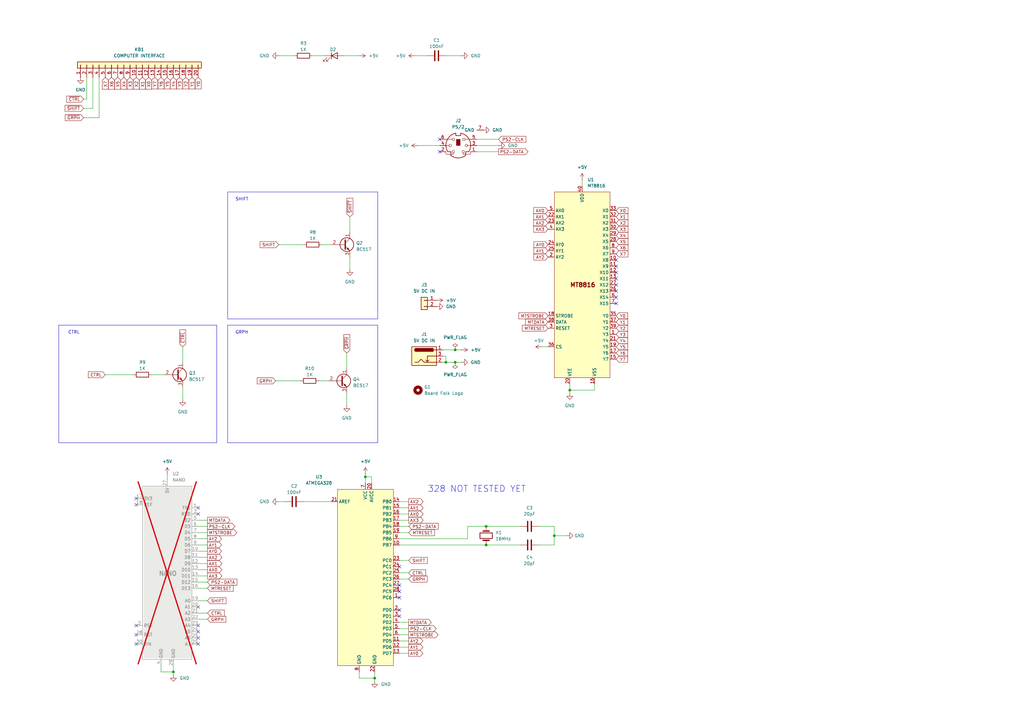
<source format=kicad_sch>
(kicad_sch (version 20250114) (generator "eeschema") (generator_version "9.0")
  (paper "A3")
  (lib_symbols
    (symbol "Connector:Barrel_Jack_Switch" (pin_names (hide yes))
      (property "Reference" "J" (at 0 5.334 0))
      (property "Value" "Barrel_Jack_Switch" (at 0 -5.08 0))
      (symbol "Barrel_Jack_Switch_0_1"
        (rectangle (start -5.08 3.81) (end 5.08 -3.81) (stroke (width 0.254)) (fill (type background)))
        (polyline (pts (xy -3.81 -2.54) (xy -2.54 -2.54) (xy -1.27 -1.27) (xy 0 -2.54) (xy 2.54 -2.54) (xy 5.08 -2.54)) (stroke (width 0.254)))
        (arc (start -3.302 1.905) (mid -3.9343 2.54) (end -3.302 3.175) (stroke (width 0.254)))
        (arc (start -3.302 1.905) (mid -3.9343 2.54) (end -3.302 3.175) (stroke (width 0.254)) (fill (type outline)))
        (polyline (pts (xy 1.27 -2.286) (xy 1.905 -1.651)) (stroke (width 0.254)))
        (rectangle (start 3.683 3.175) (end -3.302 1.905) (stroke (width 0.254)) (fill (type outline)))
        (polyline (pts (xy 5.08 2.54) (xy 3.81 2.54)) (stroke (width 0.254)))
        (polyline (pts (xy 5.08 0) (xy 1.27 0) (xy 1.27 -2.286) (xy 0.635 -1.651)) (stroke (width 0.254)))
      )
      (symbol "Barrel_Jack_Switch_1_1"
        (pin passive line (at 7.62 2.54 180) (length 2.54) (name "~") (number "1"))
        (pin passive line (at 7.62 0 180) (length 2.54) (name "~") (number "3"))
        (pin passive line (at 7.62 -2.54 180) (length 2.54) (name "~") (number "2"))
      )
    )
    (symbol "Connector_Generic:Conn_01x02" (pin_names (offset 1.016) (hide yes))
      (property "Reference" "J" (at 0 2.54 0))
      (property "Value" "Conn_01x02" (at 0 -5.08 0))
      (symbol "Conn_01x02_1_1"
        (rectangle (start -1.27 1.27) (end 1.27 -3.81) (stroke (width 0.254)) (fill (type background)))
        (rectangle (start -1.27 0.127) (end 0 -0.127) (stroke (width 0.1524)))
        (rectangle (start -1.27 -2.413) (end 0 -2.667) (stroke (width 0.1524)))
        (pin passive line (at -5.08 0 0) (length 3.81) (name "Pin_1") (number "1"))
        (pin passive line (at -5.08 -2.54 0) (length 3.81) (name "Pin_2") (number "2"))
      )
    )
    (symbol "Connector_Generic:Conn_01x20" (pin_names (offset 1.016) (hide yes))
      (property "Reference" "J" (at 0 25.4 0))
      (property "Value" "Conn_01x20" (at 0 -27.94 0))
      (symbol "Conn_01x20_1_1"
        (rectangle (start -1.27 24.13) (end 1.27 -26.67) (stroke (width 0.254)) (fill (type background)))
        (rectangle (start -1.27 22.987) (end 0 22.733) (stroke (width 0.1524)))
        (rectangle (start -1.27 20.447) (end 0 20.193) (stroke (width 0.1524)))
        (rectangle (start -1.27 17.907) (end 0 17.653) (stroke (width 0.1524)))
        (rectangle (start -1.27 15.367) (end 0 15.113) (stroke (width 0.1524)))
        (rectangle (start -1.27 12.827) (end 0 12.573) (stroke (width 0.1524)))
        (rectangle (start -1.27 10.287) (end 0 10.033) (stroke (width 0.1524)))
        (rectangle (start -1.27 7.747) (end 0 7.493) (stroke (width 0.1524)))
        (rectangle (start -1.27 5.207) (end 0 4.953) (stroke (width 0.1524)))
        (rectangle (start -1.27 2.667) (end 0 2.413) (stroke (width 0.1524)))
        (rectangle (start -1.27 0.127) (end 0 -0.127) (stroke (width 0.1524)))
        (rectangle (start -1.27 -2.413) (end 0 -2.667) (stroke (width 0.1524)))
        (rectangle (start -1.27 -4.953) (end 0 -5.207) (stroke (width 0.1524)))
        (rectangle (start -1.27 -7.493) (end 0 -7.747) (stroke (width 0.1524)))
        (rectangle (start -1.27 -10.033) (end 0 -10.287) (stroke (width 0.1524)))
        (rectangle (start -1.27 -12.573) (end 0 -12.827) (stroke (width 0.1524)))
        (rectangle (start -1.27 -15.113) (end 0 -15.367) (stroke (width 0.1524)))
        (rectangle (start -1.27 -17.653) (end 0 -17.907) (stroke (width 0.1524)))
        (rectangle (start -1.27 -20.193) (end 0 -20.447) (stroke (width 0.1524)))
        (rectangle (start -1.27 -22.733) (end 0 -22.987) (stroke (width 0.1524)))
        (rectangle (start -1.27 -25.273) (end 0 -25.527) (stroke (width 0.1524)))
        (pin passive line (at -5.08 22.86 0) (length 3.81) (name "Pin_1") (number "1"))
        (pin passive line (at -5.08 20.32 0) (length 3.81) (name "Pin_2") (number "2"))
        (pin passive line (at -5.08 17.78 0) (length 3.81) (name "Pin_3") (number "3"))
        (pin passive line (at -5.08 15.24 0) (length 3.81) (name "Pin_4") (number "4"))
        (pin passive line (at -5.08 12.7 0) (length 3.81) (name "Pin_5") (number "5"))
        (pin passive line (at -5.08 10.16 0) (length 3.81) (name "Pin_6") (number "6"))
        (pin passive line (at -5.08 7.62 0) (length 3.81) (name "Pin_7") (number "7"))
        (pin passive line (at -5.08 5.08 0) (length 3.81) (name "Pin_8") (number "8"))
        (pin passive line (at -5.08 2.54 0) (length 3.81) (name "Pin_9") (number "9"))
        (pin passive line (at -5.08 0 0) (length 3.81) (name "Pin_10") (number "10"))
        (pin passive line (at -5.08 -2.54 0) (length 3.81) (name "Pin_11") (number "11"))
        (pin passive line (at -5.08 -5.08 0) (length 3.81) (name "Pin_12") (number "12"))
        (pin passive line (at -5.08 -7.62 0) (length 3.81) (name "Pin_13") (number "13"))
        (pin passive line (at -5.08 -10.16 0) (length 3.81) (name "Pin_14") (number "14"))
        (pin passive line (at -5.08 -12.7 0) (length 3.81) (name "Pin_15") (number "15"))
        (pin passive line (at -5.08 -15.24 0) (length 3.81) (name "Pin_16") (number "16"))
        (pin passive line (at -5.08 -17.78 0) (length 3.81) (name "Pin_17") (number "17"))
        (pin passive line (at -5.08 -20.32 0) (length 3.81) (name "Pin_18") (number "18"))
        (pin passive line (at -5.08 -22.86 0) (length 3.81) (name "Pin_19") (number "19"))
        (pin passive line (at -5.08 -25.4 0) (length 3.81) (name "Pin_20") (number "20"))
      )
    )
    (symbol "Device:C" (pin_numbers (hide yes)) (pin_names (offset 0.254))
      (property "Reference" "C" (at 0.635 2.54 0))
      (property "Value" "C" (at 0.635 -2.54 0))
      (symbol "C_0_1"
        (polyline (pts (xy -2.032 0.762) (xy 2.032 0.762)) (stroke (width 0.508)))
        (polyline (pts (xy -2.032 -0.762) (xy 2.032 -0.762)) (stroke (width 0.508)))
      )
      (symbol "C_1_1"
        (pin passive line (at 0 3.81 270) (length 2.794) (name "~") (number "1"))
        (pin passive line (at 0 -3.81 90) (length 2.794) (name "~") (number "2"))
      )
    )
    (symbol "Device:Crystal" (pin_numbers (hide yes)) (pin_names (offset 1.016) (hide yes))
      (property "Reference" "Y" (at 0 3.81 0))
      (property "Value" "Crystal" (at 0 -3.81 0))
      (symbol "Crystal_0_1"
        (polyline (pts (xy -2.54 0) (xy -1.905 0)))
        (polyline (pts (xy -1.905 -1.27) (xy -1.905 1.27)) (stroke (width 0.508)))
        (rectangle (start -1.143 2.54) (end 1.143 -2.54) (stroke (width 0.3048)))
        (polyline (pts (xy 1.905 -1.27) (xy 1.905 1.27)) (stroke (width 0.508)))
        (polyline (pts (xy 2.54 0) (xy 1.905 0)))
      )
      (symbol "Crystal_1_1"
        (pin passive line (at -3.81 0 0) (length 1.27) (name "1") (number "1"))
        (pin passive line (at 3.81 0 180) (length 1.27) (name "2") (number "2"))
      )
    )
    (symbol "Device:LED" (pin_numbers (hide yes)) (pin_names (offset 1.016) (hide yes))
      (property "Reference" "D" (at 0 2.54 0))
      (property "Value" "LED" (at 0 -2.54 0))
      (symbol "LED_0_1"
        (polyline (pts (xy -3.048 -0.762) (xy -4.572 -2.286) (xy -3.81 -2.286) (xy -4.572 -2.286) (xy -4.572 -1.524)))
        (polyline (pts (xy -1.778 -0.762) (xy -3.302 -2.286) (xy -2.54 -2.286) (xy -3.302 -2.286) (xy -3.302 -1.524)))
        (polyline (pts (xy -1.27 0) (xy 1.27 0)))
        (polyline (pts (xy -1.27 -1.27) (xy -1.27 1.27)) (stroke (width 0.254)))
        (polyline (pts (xy 1.27 -1.27) (xy 1.27 1.27) (xy -1.27 0) (xy 1.27 -1.27)) (stroke (width 0.254)))
      )
      (symbol "LED_1_1"
        (pin passive line (at -3.81 0 0) (length 2.54) (name "K") (number "1"))
        (pin passive line (at 3.81 0 180) (length 2.54) (name "A") (number "2"))
      )
    )
    (symbol "Device:R" (pin_numbers (hide yes)) (pin_names (offset 0))
      (property "Reference" "R" (at 2.032 0 90))
      (property "Value" "R" (at 0 0 90))
      (symbol "R_0_1"
        (rectangle (start -1.016 -2.54) (end 1.016 2.54) (stroke (width 0.254)))
      )
      (symbol "R_1_1"
        (pin passive line (at 0 3.81 270) (length 1.27) (name "~") (number "1"))
        (pin passive line (at 0 -3.81 90) (length 1.27) (name "~") (number "2"))
      )
    )
    (symbol "Einstein:ATMEGA328"
      (property "Reference" "IC" (at 6.35 -38.1 0))
      (property "Value" "ATMEGA328" (at 6.35 -40.64 0))
      (symbol "ATMEGA328_0_0"
        (pin passive line (at -13.97 31.75 0) (length 2.54) (name "AREF") (number "21"))
        (pin power_in line (at -2.54 -38.1 90) (length 2.54) (name "GND") (number "8"))
        (pin power_in line (at 0 39.37 270) (length 2.54) (name "VCC") (number "7"))
        (pin power_in line (at 2.54 39.37 270) (length 2.54) (name "AVCC") (number "20"))
        (pin power_in line (at 3.81 -38.1 90) (length 2.54) (name "GND") (number "22"))
        (pin bidirectional line (at 13.97 31.75 180) (length 2.54) (name "PB0") (number "14"))
        (pin bidirectional line (at 13.97 29.21 180) (length 2.54) (name "PB1") (number "15"))
        (pin bidirectional line (at 13.97 26.67 180) (length 2.54) (name "PB2") (number "16"))
        (pin bidirectional line (at 13.97 24.13 180) (length 2.54) (name "PB3") (number "17"))
        (pin bidirectional line (at 13.97 21.59 180) (length 2.54) (name "PB4") (number "18"))
        (pin bidirectional line (at 13.97 19.05 180) (length 2.54) (name "PB5") (number "19"))
        (pin bidirectional line (at 13.97 16.51 180) (length 2.54) (name "PB6") (number "9"))
        (pin bidirectional line (at 13.97 13.97 180) (length 2.54) (name "PB7") (number "10"))
        (pin bidirectional line (at 13.97 7.62 180) (length 2.54) (name "PC0") (number "23"))
        (pin bidirectional line (at 13.97 5.08 180) (length 2.54) (name "PC1") (number "24"))
        (pin bidirectional line (at 13.97 2.54 180) (length 2.54) (name "PC2") (number "25"))
        (pin bidirectional line (at 13.97 0 180) (length 2.54) (name "PC3") (number "26"))
        (pin bidirectional line (at 13.97 -2.54 180) (length 2.54) (name "PC4") (number "27"))
        (pin bidirectional line (at 13.97 -5.08 180) (length 2.54) (name "PC5") (number "28"))
        (pin bidirectional line (at 13.97 -7.62 180) (length 2.54) (name "PC6") (number "1"))
        (pin bidirectional line (at 13.97 -12.7 180) (length 2.54) (name "PD0") (number "2"))
        (pin bidirectional line (at 13.97 -15.24 180) (length 2.54) (name "PD1") (number "3"))
        (pin bidirectional line (at 13.97 -17.78 180) (length 2.54) (name "PD2") (number "4"))
        (pin bidirectional line (at 13.97 -20.32 180) (length 2.54) (name "PD3") (number "5"))
        (pin bidirectional line (at 13.97 -22.86 180) (length 2.54) (name "PD4") (number "6"))
        (pin bidirectional line (at 13.97 -25.4 180) (length 2.54) (name "PD5") (number "11"))
        (pin bidirectional line (at 13.97 -27.94 180) (length 2.54) (name "PD6") (number "12"))
        (pin bidirectional line (at 13.97 -30.48 180) (length 2.54) (name "PD7") (number "13"))
      )
      (symbol "ATMEGA328_1_1"
        (rectangle (start -11.43 36.83) (end 11.43 -35.56) (fill (type background)))
      )
    )
    (symbol "Einstein:MT8816"
      (property "Reference" "I" (at 5.842 45.212 0))
      (property "Value" "MT8816" (at 9.144 42.672 0))
      (symbol "MT8816_0_0"
        (pin input line (at -13.97 30.48 0) (length 2.54) (name "AX0") (number "5"))
        (pin input line (at -13.97 27.94 0) (length 2.54) (name "AX1") (number "22"))
        (pin input line (at -13.97 25.4 0) (length 2.54) (name "AX2") (number "23"))
        (pin input line (at -13.97 22.86 0) (length 2.54) (name "AX3") (number "4"))
        (pin input line (at -13.97 16.51 0) (length 2.54) (name "AY0") (number "24"))
        (pin input line (at -13.97 13.97 0) (length 2.54) (name "AY1") (number "25"))
        (pin input line (at -13.97 11.43 0) (length 2.54) (name "AY2") (number "2"))
        (pin input line (at -13.97 -12.7 0) (length 2.54) (name "STROBE") (number "18"))
        (pin input line (at -13.97 -15.24 0) (length 2.54) (name "DATA") (number "38"))
        (pin input line (at -13.97 -17.78 0) (length 2.54) (name "RESET") (number "3"))
        (pin input line (at -13.97 -25.4 0) (length 2.54) (name "CS") (number "36"))
        (pin power_in line (at -5.08 -40.64 90) (length 2.54) (name "VEE") (number "20"))
        (pin power_in line (at 0 40.64 270) (length 2.54) (name "VDD") (number "40"))
        (pin power_in line (at 5.08 -40.64 90) (length 2.54) (name "VSS") (number "16"))
        (pin bidirectional line (at 13.97 30.48 180) (length 2.54) (name "X0") (number "33"))
        (pin bidirectional line (at 13.97 27.94 180) (length 2.54) (name "X1") (number "32"))
        (pin bidirectional line (at 13.97 25.4 180) (length 2.54) (name "X2") (number "31"))
        (pin bidirectional line (at 13.97 22.86 180) (length 2.54) (name "X3") (number "30"))
        (pin bidirectional line (at 13.97 20.32 180) (length 2.54) (name "X4") (number "29"))
        (pin bidirectional line (at 13.97 17.78 180) (length 2.54) (name "X5") (number "28"))
        (pin bidirectional line (at 13.97 15.24 180) (length 2.54) (name "X6") (number "8"))
        (pin bidirectional line (at 13.97 12.7 180) (length 2.54) (name "X7") (number "9"))
        (pin bidirectional line (at 13.97 10.16 180) (length 2.54) (name "X8") (number "10"))
        (pin bidirectional line (at 13.97 7.62 180) (length 2.54) (name "X9") (number "11"))
        (pin bidirectional line (at 13.97 5.08 180) (length 2.54) (name "X10") (number "12"))
        (pin bidirectional line (at 13.97 2.54 180) (length 2.54) (name "X11") (number "13"))
        (pin bidirectional line (at 13.97 0 180) (length 2.54) (name "X12") (number "27"))
        (pin bidirectional line (at 13.97 -2.54 180) (length 2.54) (name "X13") (number "26"))
        (pin bidirectional line (at 13.97 -5.08 180) (length 2.54) (name "X14") (number "6"))
        (pin bidirectional line (at 13.97 -7.62 180) (length 2.54) (name "X15") (number "7"))
        (pin bidirectional line (at 13.97 -12.7 180) (length 2.54) (name "Y0") (number "35"))
        (pin bidirectional line (at 13.97 -15.24 180) (length 2.54) (name "Y1") (number "37"))
        (pin bidirectional line (at 13.97 -17.78 180) (length 2.54) (name "Y2") (number "39"))
        (pin bidirectional line (at 13.97 -20.32 180) (length 2.54) (name "Y3") (number "1"))
        (pin bidirectional line (at 13.97 -22.86 180) (length 2.54) (name "Y4") (number "21"))
        (pin bidirectional line (at 13.97 -25.4 180) (length 2.54) (name "Y5") (number "19"))
        (pin bidirectional line (at 13.97 -27.94 180) (length 2.54) (name "Y6") (number "17"))
        (pin bidirectional line (at 13.97 -30.48 180) (length 2.54) (name "Y7") (number "15"))
      )
      (symbol "MT8816_1_0"
        (pin no_connect line (at -13.97 0 0) (length 2.54) (hide yes) (name "N/C") (number "34"))
        (pin no_connect line (at -13.97 -2.54 0) (length 2.54) (hide yes) (name "N/C") (number "14"))
      )
      (symbol "MT8816_1_1"
        (rectangle (start -11.43 38.1) (end 11.43 -38.1) (fill (type background)))
        (text "MT8816" (at 0.254 0 0) (effects (font (size 1.778 1.778) (thickness 0.3556) (bold yes))))
      )
    )
    (symbol "Einstein:Nano"
      (property "Reference" "U" (at 5.08 41.148 0))
      (property "Value" "NANO" (at 6.858 38.608 0))
      (symbol "Nano_0_0"
        (pin power_out line (at -12.7 30.48 0) (length 2.54) (name "3V3") (number "17"))
        (pin passive line (at -12.7 27.94 0) (length 2.54) (name "REF") (number "18"))
        (pin input line (at -12.7 -21.59 0) (length 2.54) (name "RST") (number "3"))
        (pin passive line (at -12.7 -25.4 0) (length 2.54) (name "RST") (number "28"))
        (pin passive line (at -12.7 -29.21 0) (length 2.54) (name "VIN") (number "30"))
        (pin power_in line (at -2.54 -38.1 90) (length 2.54) (name "GND") (number "4"))
        (pin power_in line (at 0 38.1 270) (length 2.54) (name "5V") (number "27"))
        (pin power_in line (at 2.54 -38.1 90) (length 2.54) (name "GND") (number "29"))
        (pin output line (at 12.7 26.67 180) (length 2.54) (name "TX1") (number "1"))
        (pin input line (at 12.7 24.13 180) (length 2.54) (name "RXD") (number "2"))
        (pin bidirectional line (at 12.7 21.59 180) (length 2.54) (name "D2") (number "5"))
        (pin bidirectional line (at 12.7 19.05 180) (length 2.54) (name "D3") (number "6"))
        (pin bidirectional line (at 12.7 16.51 180) (length 2.54) (name "D4") (number "7"))
        (pin bidirectional line (at 12.7 13.97 180) (length 2.54) (name "D5") (number "8"))
        (pin bidirectional line (at 12.7 11.43 180) (length 2.54) (name "D6") (number "9"))
        (pin bidirectional line (at 12.7 8.89 180) (length 2.54) (name "D7") (number "10"))
        (pin bidirectional line (at 12.7 6.35 180) (length 2.54) (name "D8") (number "11"))
        (pin bidirectional line (at 12.7 3.81 180) (length 2.54) (name "D9") (number "12"))
        (pin bidirectional line (at 12.7 1.27 180) (length 2.54) (name "D10") (number "13"))
        (pin bidirectional line (at 12.7 -1.27 180) (length 2.54) (name "D11") (number "14"))
        (pin bidirectional line (at 12.7 -3.81 180) (length 2.54) (name "D12") (number "15"))
        (pin bidirectional line (at 12.7 -6.35 180) (length 2.54) (name "D13") (number "16"))
        (pin bidirectional line (at 12.7 -11.43 180) (length 2.54) (name "A0") (number "19"))
        (pin bidirectional line (at 12.7 -13.97 180) (length 2.54) (name "A1") (number "20"))
        (pin bidirectional line (at 12.7 -16.51 180) (length 2.54) (name "A2") (number "21"))
        (pin bidirectional line (at 12.7 -19.05 180) (length 2.54) (name "A3") (number "22"))
        (pin bidirectional line (at 12.7 -21.59 180) (length 2.54) (name "A4") (number "23"))
        (pin bidirectional line (at 12.7 -24.13 180) (length 2.54) (name "A5") (number "24"))
        (pin bidirectional line (at 12.7 -26.67 180) (length 2.54) (name "A6") (number "25"))
        (pin bidirectional line (at 12.7 -29.21 180) (length 2.54) (name "A7") (number "26"))
      )
      (symbol "Nano_1_1"
        (rectangle (start -10.16 35.56) (end 10.16 -35.56) (fill (type background)))
        (text "NANO" (at 0.254 -0.254 0) (effects (font (size 1.778 1.778) (thickness 0.3556) (bold yes))))
      )
    )
    (symbol "Keyboard:Mini-DIN-6_GND" (pin_names (offset 1.016))
      (property "Reference" "J" (at 0 6.35 0))
      (property "Value" "Mini-DIN-6" (at 0 -6.35 0))
      (symbol "Mini-DIN-6_GND_0_1"
        (polyline (pts (xy -4.318 -2.54) (xy -3.048 -2.54) (xy -3.048 -4.064)) (stroke (width 0.254)))
        (polyline (pts (xy -3.81 0) (xy -5.08 0)))
        (circle (center -3.302 0) (radius 0.508))
        (polyline (pts (xy -2.54 2.54) (xy -5.08 2.54)))
        (circle (center -2.032 2.54) (radius 0.508))
        (circle (center -2.032 -2.54) (radius 0.508))
        (polyline (pts (xy -2.032 -3.048) (xy -2.032 -3.556) (xy -5.08 -3.556) (xy -5.08 -2.54)))
        (polyline (pts (xy -1.016 5.08) (xy -1.016 4.064) (xy 1.016 4.064) (xy 1.016 5.08)) (stroke (width 0.254)))
        (rectangle (start -0.762 2.54) (end 0.762 0) (fill (type outline)))
        (arc (start 3.048 -4.064) (mid 0 -5.08) (end -3.048 -4.064) (stroke (width 0.254)))
        (arc (start 1.016 5.08) (mid 4.6646 2.1356) (end 4.318 -2.54) (stroke (width 0.254)))
        (arc (start -4.318 -2.54) (mid -4.6241 2.1181) (end -1.016 5.08) (stroke (width 0.254)))
        (circle (center 2.032 -2.54) (radius 0.508))
        (polyline (pts (xy 2.032 -3.048) (xy 2.032 -3.556) (xy 5.08 -3.556) (xy 5.08 -2.54)))
        (circle (center 2.286 2.54) (radius 0.508))
        (polyline (pts (xy 2.794 2.54) (xy 5.08 2.54)))
        (circle (center 3.302 0) (radius 0.508))
        (polyline (pts (xy 4.318 -2.54) (xy 3.048 -2.54) (xy 3.048 -4.064)) (stroke (width 0.254)))
        (polyline (pts (xy 5.08 0) (xy 3.81 0)))
      )
      (symbol "Mini-DIN-6_GND_1_1"
        (pin passive line (at -7.62 2.54 0) (length 2.54) (name "~") (number "6"))
        (pin passive line (at -7.62 0 0) (length 2.54) (name "~") (number "4"))
        (pin passive line (at -7.62 -2.54 0) (length 2.54) (name "~") (number "2"))
        (pin passive line (at 7.62 2.54 180) (length 2.54) (name "~") (number "5"))
        (pin passive line (at 7.62 0 180) (length 2.54) (name "~") (number "3"))
        (pin passive line (at 7.62 -2.54 180) (length 2.54) (name "~") (number "1"))
        (pin power_in line (at 10.16 6.35 180) (length 2.54) (name "GND") (number "7"))
      )
    )
    (symbol "Mechanical:MountingHole" (pin_names (offset 1.016)) (in_bom no)
      (property "Reference" "H" (at 0 5.08 0))
      (property "Value" "MountingHole" (at 0 3.175 0))
      (symbol "MountingHole_0_1"
        (circle (center 0 0) (radius 1.27) (stroke (width 1.27)))
      )
    )
    (symbol "Transistor_BJT:BC547" (pin_names (offset 0) (hide yes))
      (property "Reference" "Q" (at 5.08 1.905 0))
      (property "Value" "BC547" (at 5.08 0 0))
      (symbol "BC547_0_1"
        (polyline (pts (xy -2.54 0) (xy 0.635 0)))
        (polyline (pts (xy 0.635 1.905) (xy 0.635 -1.905)) (stroke (width 0.508)))
        (circle (center 1.27 0) (radius 2.8194) (stroke (width 0.254)))
      )
      (symbol "BC547_1_1"
        (polyline (pts (xy 0.635 0.635) (xy 2.54 2.54)))
        (polyline (pts (xy 0.635 -0.635) (xy 2.54 -2.54)))
        (polyline (pts (xy 1.27 -1.778) (xy 1.778 -1.27) (xy 2.286 -2.286) (xy 1.27 -1.778)) (fill (type outline)))
        (pin input line (at -5.08 0 0) (length 2.54) (name "B") (number "2"))
        (pin passive line (at 2.54 5.08 270) (length 2.54) (name "C") (number "1"))
        (pin passive line (at 2.54 -5.08 90) (length 2.54) (name "E") (number "3"))
      )
    )
    (symbol "power:+5V" (power) (pin_numbers (hide yes)) (pin_names (offset 0) (hide yes))
      (property "Value" "+5V" (at 0 3.556 0))
      (symbol "+5V_0_1"
        (polyline (pts (xy -0.762 1.27) (xy 0 2.54)))
        (polyline (pts (xy 0 2.54) (xy 0.762 1.27)))
        (polyline (pts (xy 0 0) (xy 0 2.54)))
      )
      (symbol "+5V_1_1"
        (pin power_in line (at 0 0 90) (length 0) (name "~") (number "1"))
      )
    )
    (symbol "power:GND" (power) (pin_numbers (hide yes)) (pin_names (offset 0) (hide yes))
      (property "Value" "GND" (at 0 -3.81 0))
      (symbol "GND_0_1"
        (polyline (pts (xy 0 0) (xy 0 -1.27) (xy 1.27 -1.27) (xy 0 -2.54) (xy -1.27 -1.27) (xy 0 -1.27)))
      )
      (symbol "GND_1_1"
        (pin power_in line (at 0 0 270) (length 0) (name "~") (number "1"))
      )
    )
    (symbol "power:PWR_FLAG" (power) (pin_numbers (hide yes)) (pin_names (offset 0) (hide yes))
      (property "Value" "PWR_FLAG" (at 0 3.81 0))
      (symbol "PWR_FLAG_0_0"
        (pin power_out line (at 0 0 90) (length 0) (name "~") (number "1"))
      )
      (symbol "PWR_FLAG_0_1"
        (polyline (pts (xy 0 0) (xy 0 1.27) (xy -1.016 1.905) (xy 0 2.54) (xy 1.016 1.905) (xy 0 1.27)))
      )
    )
  )
  (rectangle (start 24.13 133.35) (end 88.9 181.61))
  (rectangle (start 93.345 133.35) (end 154.94 181.61))
  (rectangle (start 93.345 78.74) (end 154.94 130.81))
  (text "CTRL\n" (at 27.94 137.16 0) (effects (font (size 1.27 1.27)) (justify left bottom)))
  (text "GRPH" (at 96.52 137.16 0) (effects (font (size 1.27 1.27)) (justify left bottom)))
  (text "328 NOT TESTED YET" (at 195.58 200.66 0) (effects (font (size 2.54 2.54))))
  (text "SHIFT" (at 96.52 82.55 0) (effects (font (size 1.27 1.27)) (justify left bottom)))
  (junction (at 149.86 195.58))
  (junction (at 227.33 219.71))
  (junction (at 186.69 143.51))
  (junction (at 233.68 160.02))
  (junction (at 182.88 148.59))
  (junction (at 71.12 275.59))
  (junction (at 199.39 215.9))
  (junction (at 199.39 223.52))
  (junction (at 186.69 148.59))
  (junction (at 153.67 278.13))
  (no_connect (at 252.73 124.46))
  (no_connect (at 163.83 252.73))
  (no_connect (at 163.83 232.41))
  (no_connect (at 163.83 245.11))
  (no_connect (at 252.73 121.92))
  (no_connect (at 81.28 208.28))
  (no_connect (at 163.83 250.19))
  (no_connect (at 81.28 264.16))
  (no_connect (at 252.73 109.22))
  (no_connect (at 252.73 106.68))
  (no_connect (at 163.83 242.57))
  (no_connect (at 81.28 248.92))
  (no_connect (at 55.88 264.16))
  (no_connect (at 81.28 256.54))
  (no_connect (at 180.34 62.23))
  (no_connect (at 180.34 57.15))
  (no_connect (at 252.73 119.38))
  (no_connect (at 81.28 259.08))
  (no_connect (at 55.88 207.01))
  (no_connect (at 252.73 114.3))
  (no_connect (at 163.83 240.03))
  (no_connect (at 252.73 111.76))
  (no_connect (at 55.88 260.35))
  (no_connect (at 55.88 204.47))
  (no_connect (at 81.28 210.82))
  (no_connect (at 81.28 261.62))
  (no_connect (at 55.88 256.54))
  (no_connect (at 252.73 116.84))
  (wire (pts (xy 85.09 220.98) (xy 81.28 220.98)))
  (wire (pts (xy 142.24 161.29) (xy 142.24 166.37)))
  (wire (pts (xy 85.09 228.6) (xy 81.28 228.6)))
  (wire (pts (xy 182.88 146.05) (xy 182.88 148.59)))
  (wire (pts (xy 227.33 219.71) (xy 232.41 219.71)))
  (wire (pts (xy 233.68 161.29) (xy 233.68 160.02)))
  (wire (pts (xy 167.64 257.81) (xy 163.83 257.81)))
  (wire (pts (xy 191.77 215.9) (xy 199.39 215.9)))
  (wire (pts (xy 222.25 142.24) (xy 224.79 142.24)))
  (wire (pts (xy 132.08 100.33) (xy 135.89 100.33)))
  (wire (pts (xy 167.64 215.9) (xy 163.83 215.9)))
  (wire (pts (xy 186.69 148.59) (xy 189.23 148.59)))
  (wire (pts (xy 71.12 273.05) (xy 71.12 275.59)))
  (wire (pts (xy 199.39 215.9) (xy 213.36 215.9)))
  (wire (pts (xy 85.09 236.22) (xy 81.28 236.22)))
  (wire (pts (xy 167.64 210.82) (xy 163.83 210.82)))
  (wire (pts (xy 243.84 157.48) (xy 243.84 160.02)))
  (wire (pts (xy 167.64 265.43) (xy 163.83 265.43)))
  (wire (pts (xy 220.98 215.9) (xy 227.33 215.9)))
  (wire (pts (xy 227.33 223.52) (xy 227.33 219.71)))
  (wire (pts (xy 143.51 88.9) (xy 143.51 95.25)))
  (wire (pts (xy 167.64 205.74) (xy 163.83 205.74)))
  (wire (pts (xy 147.32 275.59) (xy 147.32 278.13)))
  (wire (pts (xy 195.58 62.23) (xy 204.47 62.23)))
  (wire (pts (xy 35.56 40.64) (xy 35.56 31.75)))
  (wire (pts (xy 195.58 57.15) (xy 204.47 57.15)))
  (wire (pts (xy 153.67 275.59) (xy 153.67 278.13)))
  (wire (pts (xy 163.83 234.95) (xy 167.64 234.95)))
  (wire (pts (xy 227.33 215.9) (xy 227.33 219.71)))
  (wire (pts (xy 113.03 156.21) (xy 123.19 156.21)))
  (wire (pts (xy 163.83 218.44) (xy 167.64 218.44)))
  (wire (pts (xy 147.32 278.13) (xy 153.67 278.13)))
  (wire (pts (xy 128.27 22.86) (xy 133.35 22.86)))
  (wire (pts (xy 182.88 148.59) (xy 186.69 148.59)))
  (wire (pts (xy 153.67 278.13) (xy 153.67 279.4)))
  (wire (pts (xy 167.64 260.35) (xy 163.83 260.35)))
  (wire (pts (xy 85.09 215.9) (xy 81.28 215.9)))
  (wire (pts (xy 62.23 153.67) (xy 67.31 153.67)))
  (wire (pts (xy 149.86 194.31) (xy 149.86 195.58)))
  (wire (pts (xy 85.09 213.36) (xy 81.28 213.36)))
  (wire (pts (xy 189.23 143.51) (xy 186.69 143.51)))
  (wire (pts (xy 81.28 246.38) (xy 85.09 246.38)))
  (wire (pts (xy 85.09 223.52) (xy 81.28 223.52)))
  (wire (pts (xy 167.64 262.89) (xy 163.83 262.89)))
  (wire (pts (xy 143.51 105.41) (xy 143.51 110.49)))
  (wire (pts (xy 34.29 48.26) (xy 40.64 48.26)))
  (wire (pts (xy 81.28 241.3) (xy 85.09 241.3)))
  (wire (pts (xy 170.18 22.86) (xy 175.26 22.86)))
  (wire (pts (xy 163.83 237.49) (xy 167.64 237.49)))
  (wire (pts (xy 182.88 148.59) (xy 181.61 148.59)))
  (wire (pts (xy 199.39 223.52) (xy 213.36 223.52)))
  (wire (pts (xy 85.09 231.14) (xy 81.28 231.14)))
  (wire (pts (xy 171.45 59.69) (xy 180.34 59.69)))
  (wire (pts (xy 140.97 22.86) (xy 147.32 22.86)))
  (wire (pts (xy 130.81 156.21) (xy 134.62 156.21)))
  (wire (pts (xy 181.61 146.05) (xy 182.88 146.05)))
  (wire (pts (xy 40.64 48.26) (xy 40.64 31.75)))
  (wire (pts (xy 71.12 275.59) (xy 71.12 276.86)))
  (wire (pts (xy 163.83 229.87) (xy 167.64 229.87)))
  (wire (pts (xy 186.69 143.51) (xy 181.61 143.51)))
  (wire (pts (xy 34.29 44.45) (xy 38.1 44.45)))
  (wire (pts (xy 243.84 160.02) (xy 233.68 160.02)))
  (wire (pts (xy 114.3 205.74) (xy 116.84 205.74)))
  (wire (pts (xy 149.86 195.58) (xy 149.86 198.12)))
  (wire (pts (xy 220.98 223.52) (xy 227.33 223.52)))
  (wire (pts (xy 152.4 195.58) (xy 149.86 195.58)))
  (wire (pts (xy 68.58 194.31) (xy 68.58 196.85)))
  (wire (pts (xy 142.24 144.78) (xy 142.24 151.13)))
  (wire (pts (xy 85.09 226.06) (xy 81.28 226.06)))
  (wire (pts (xy 167.64 255.27) (xy 163.83 255.27)))
  (wire (pts (xy 43.18 153.67) (xy 54.61 153.67)))
  (wire (pts (xy 167.64 267.97) (xy 163.83 267.97)))
  (wire (pts (xy 34.29 40.64) (xy 35.56 40.64)))
  (wire (pts (xy 191.77 220.98) (xy 191.77 215.9)))
  (wire (pts (xy 66.04 275.59) (xy 71.12 275.59)))
  (wire (pts (xy 163.83 220.98) (xy 191.77 220.98)))
  (wire (pts (xy 85.09 238.76) (xy 81.28 238.76)))
  (wire (pts (xy 81.28 254) (xy 85.09 254)))
  (wire (pts (xy 74.93 158.75) (xy 74.93 163.83)))
  (wire (pts (xy 195.58 59.69) (xy 204.47 59.69)))
  (wire (pts (xy 85.09 233.68) (xy 81.28 233.68)))
  (wire (pts (xy 124.46 205.74) (xy 135.89 205.74)))
  (wire (pts (xy 167.64 213.36) (xy 163.83 213.36)))
  (wire (pts (xy 85.09 218.44) (xy 81.28 218.44)))
  (wire (pts (xy 66.04 273.05) (xy 66.04 275.59)))
  (wire (pts (xy 167.64 208.28) (xy 163.83 208.28)))
  (wire (pts (xy 38.1 44.45) (xy 38.1 31.75)))
  (wire (pts (xy 114.3 22.86) (xy 120.65 22.86)))
  (wire (pts (xy 114.3 100.33) (xy 124.46 100.33)))
  (wire (pts (xy 233.68 160.02) (xy 233.68 157.48)))
  (wire (pts (xy 182.88 22.86) (xy 189.23 22.86)))
  (wire (pts (xy 74.93 142.24) (xy 74.93 148.59)))
  (wire (pts (xy 152.4 198.12) (xy 152.4 195.58)))
  (wire (pts (xy 238.76 73.66) (xy 238.76 76.2)))
  (wire (pts (xy 163.83 223.52) (xy 199.39 223.52)))
  (wire (pts (xy 81.28 251.46) (xy 85.09 251.46)))
  (global_label "Y7" (shape input) (at 63.5 31.75 270) (property "Intersheetrefs" "${INTERSHEET_REFS}" (effects (hide yes))))
  (global_label "AY2" (shape output) (at 167.64 262.89 0) (property "Intersheetrefs" "${INTERSHEET_REFS}" (effects (hide yes))))
  (global_label "MTRESET" (shape input) (at 85.09 241.3 0) (property "Intersheetrefs" "${INTERSHEET_REFS}" (effects (hide yes))))
  (global_label "X0" (shape input) (at 252.73 86.36 0) (property "Intersheetrefs" "${INTERSHEET_REFS}" (effects (hide yes))))
  (global_label "X3" (shape input) (at 53.34 31.75 270) (property "Intersheetrefs" "${INTERSHEET_REFS}" (effects (hide yes))))
  (global_label "Y1" (shape input) (at 252.73 132.08 0) (property "Intersheetrefs" "${INTERSHEET_REFS}" (effects (hide yes))))
  (global_label "Y2" (shape input) (at 252.73 134.62 0) (property "Intersheetrefs" "${INTERSHEET_REFS}" (effects (hide yes))))
  (global_label "MTSTROBE" (shape output) (at 85.09 218.44 0) (property "Intersheetrefs" "${INTERSHEET_REFS}" (effects (hide yes))))
  (global_label "AX0" (shape output) (at 85.09 233.68 0) (property "Intersheetrefs" "${INTERSHEET_REFS}" (effects (hide yes))))
  (global_label "AY1" (shape output) (at 85.09 223.52 0) (property "Intersheetrefs" "${INTERSHEET_REFS}" (effects (hide yes))))
  (global_label "GRPH" (shape input) (at 167.64 237.49 0) (property "Intersheetrefs" "${INTERSHEET_REFS}" (effects (hide yes))))
  (global_label "~{CTRL}" (shape input) (at 74.93 142.24 90) (property "Intersheetrefs" "${INTERSHEET_REFS}" (effects (hide yes))))
  (global_label "MTDATA" (shape output) (at 167.64 255.27 0) (property "Intersheetrefs" "${INTERSHEET_REFS}" (effects (hide yes))))
  (global_label "AX2" (shape output) (at 85.09 228.6 0) (property "Intersheetrefs" "${INTERSHEET_REFS}" (effects (hide yes))))
  (global_label "X6" (shape input) (at 252.73 101.6 0) (property "Intersheetrefs" "${INTERSHEET_REFS}" (effects (hide yes))))
  (global_label "X1" (shape input) (at 58.42 31.75 270) (property "Intersheetrefs" "${INTERSHEET_REFS}" (effects (hide yes))))
  (global_label "AX1" (shape input) (at 224.79 88.9 180) (property "Intersheetrefs" "${INTERSHEET_REFS}" (effects (hide yes))))
  (global_label "AX3" (shape output) (at 167.64 213.36 0) (property "Intersheetrefs" "${INTERSHEET_REFS}" (effects (hide yes))))
  (global_label "AY0" (shape output) (at 85.09 226.06 0) (property "Intersheetrefs" "${INTERSHEET_REFS}" (effects (hide yes))))
  (global_label "Y5" (shape input) (at 252.73 142.24 0) (property "Intersheetrefs" "${INTERSHEET_REFS}" (effects (hide yes))))
  (global_label "CTRL" (shape input) (at 85.09 251.46 0) (property "Intersheetrefs" "${INTERSHEET_REFS}" (effects (hide yes))))
  (global_label "X4" (shape input) (at 50.8 31.75 270) (property "Intersheetrefs" "${INTERSHEET_REFS}" (effects (hide yes))))
  (global_label "MTRESET" (shape input) (at 224.79 134.62 180) (property "Intersheetrefs" "${INTERSHEET_REFS}" (effects (hide yes))))
  (global_label "X3" (shape input) (at 252.73 93.98 0) (property "Intersheetrefs" "${INTERSHEET_REFS}" (effects (hide yes))))
  (global_label "AX0" (shape input) (at 224.79 86.36 180) (property "Intersheetrefs" "${INTERSHEET_REFS}" (effects (hide yes))))
  (global_label "AY1" (shape output) (at 167.64 265.43 0) (property "Intersheetrefs" "${INTERSHEET_REFS}" (effects (hide yes))))
  (global_label "Y1" (shape input) (at 78.74 31.75 270) (property "Intersheetrefs" "${INTERSHEET_REFS}" (effects (hide yes))))
  (global_label "AY2" (shape output) (at 85.09 220.98 0) (property "Intersheetrefs" "${INTERSHEET_REFS}" (effects (hide yes))))
  (global_label "AY0" (shape output) (at 167.64 267.97 0) (property "Intersheetrefs" "${INTERSHEET_REFS}" (effects (hide yes))))
  (global_label "AX0" (shape output) (at 167.64 210.82 0) (property "Intersheetrefs" "${INTERSHEET_REFS}" (effects (hide yes))))
  (global_label "AY1" (shape input) (at 224.79 102.87 180) (property "Intersheetrefs" "${INTERSHEET_REFS}" (effects (hide yes))))
  (global_label "MTSTROBE" (shape output) (at 167.64 260.35 0) (property "Intersheetrefs" "${INTERSHEET_REFS}" (effects (hide yes))))
  (global_label "Y6" (shape input) (at 252.73 144.78 0) (property "Intersheetrefs" "${INTERSHEET_REFS}" (effects (hide yes))))
  (global_label "Y4" (shape input) (at 252.73 139.7 0) (property "Intersheetrefs" "${INTERSHEET_REFS}" (effects (hide yes))))
  (global_label "X5" (shape input) (at 252.73 99.06 0) (property "Intersheetrefs" "${INTERSHEET_REFS}" (effects (hide yes))))
  (global_label "SHIFT" (shape input) (at 85.09 246.38 0) (property "Intersheetrefs" "${INTERSHEET_REFS}" (effects (hide yes))))
  (global_label "~{GRPH}" (shape input) (at 34.29 48.26 180) (property "Intersheetrefs" "${INTERSHEET_REFS}" (effects (hide yes))))
  (global_label "Y0" (shape input) (at 81.28 31.75 270) (property "Intersheetrefs" "${INTERSHEET_REFS}" (effects (hide yes))))
  (global_label "AX2" (shape output) (at 167.64 205.74 0) (property "Intersheetrefs" "${INTERSHEET_REFS}" (effects (hide yes))))
  (global_label "Y2" (shape input) (at 76.2 31.75 270) (property "Intersheetrefs" "${INTERSHEET_REFS}" (effects (hide yes))))
  (global_label "AX3" (shape input) (at 224.79 93.98 180) (property "Intersheetrefs" "${INTERSHEET_REFS}" (effects (hide yes))))
  (global_label "AX3" (shape output) (at 85.09 236.22 0) (property "Intersheetrefs" "${INTERSHEET_REFS}" (effects (hide yes))))
  (global_label "PS2-DATA" (shape input) (at 85.09 238.76 0) (property "Intersheetrefs" "${INTERSHEET_REFS}" (effects (hide yes))))
  (global_label "X7" (shape input) (at 252.73 104.14 0) (property "Intersheetrefs" "${INTERSHEET_REFS}" (effects (hide yes))))
  (global_label "AY2" (shape input) (at 224.79 105.41 180) (property "Intersheetrefs" "${INTERSHEET_REFS}" (effects (hide yes))))
  (global_label "CTRL" (shape input) (at 167.64 234.95 0) (property "Intersheetrefs" "${INTERSHEET_REFS}" (effects (hide yes))))
  (global_label "~{GRPH}" (shape input) (at 142.24 144.78 90) (property "Intersheetrefs" "${INTERSHEET_REFS}" (effects (hide yes))))
  (global_label "Y0" (shape input) (at 252.73 129.54 0) (property "Intersheetrefs" "${INTERSHEET_REFS}" (effects (hide yes))))
  (global_label "AX1" (shape output) (at 167.64 208.28 0) (property "Intersheetrefs" "${INTERSHEET_REFS}" (effects (hide yes))))
  (global_label "PS2-CLK" (shape output) (at 85.09 215.9 0) (property "Intersheetrefs" "${INTERSHEET_REFS}" (effects (hide yes))))
  (global_label "PS2-CLK" (shape input) (at 204.47 57.15 0) (property "Intersheetrefs" "${INTERSHEET_REFS}" (effects (hide yes))))
  (global_label "MTDATA" (shape output) (at 85.09 213.36 0) (property "Intersheetrefs" "${INTERSHEET_REFS}" (effects (hide yes))))
  (global_label "X2" (shape input) (at 55.88 31.75 270) (property "Intersheetrefs" "${INTERSHEET_REFS}" (effects (hide yes))))
  (global_label "PS2-DATA" (shape output) (at 204.47 62.23 0) (property "Intersheetrefs" "${INTERSHEET_REFS}" (effects (hide yes))))
  (global_label "CTRL" (shape input) (at 43.18 153.67 180) (property "Intersheetrefs" "${INTERSHEET_REFS}" (effects (hide yes))))
  (global_label "X0" (shape input) (at 60.96 31.75 270) (property "Intersheetrefs" "${INTERSHEET_REFS}" (effects (hide yes))))
  (global_label "X2" (shape input) (at 252.73 91.44 0) (property "Intersheetrefs" "${INTERSHEET_REFS}" (effects (hide yes))))
  (global_label "X1" (shape input) (at 252.73 88.9 0) (property "Intersheetrefs" "${INTERSHEET_REFS}" (effects (hide yes))))
  (global_label "X7" (shape input) (at 43.18 31.75 270) (property "Intersheetrefs" "${INTERSHEET_REFS}" (effects (hide yes))))
  (global_label "~{SHIFT}" (shape input) (at 34.29 44.45 180) (property "Intersheetrefs" "${INTERSHEET_REFS}" (effects (hide yes))))
  (global_label "MTSTROBE" (shape input) (at 224.79 129.54 180) (property "Intersheetrefs" "${INTERSHEET_REFS}" (effects (hide yes))))
  (global_label "PS2-DATA" (shape input) (at 167.64 215.9 0) (property "Intersheetrefs" "${INTERSHEET_REFS}" (effects (hide yes))))
  (global_label "Y4" (shape input) (at 71.12 31.75 270) (property "Intersheetrefs" "${INTERSHEET_REFS}" (effects (hide yes))))
  (global_label "SHIFT" (shape input) (at 114.3 100.33 180) (property "Intersheetrefs" "${INTERSHEET_REFS}" (effects (hide yes))))
  (global_label "MTDATA" (shape input) (at 224.79 132.08 180) (property "Intersheetrefs" "${INTERSHEET_REFS}" (effects (hide yes))))
  (global_label "~{SHIFT}" (shape input) (at 143.51 88.9 90) (property "Intersheetrefs" "${INTERSHEET_REFS}" (effects (hide yes))))
  (global_label "~{CTRL}" (shape input) (at 34.29 40.64 180) (property "Intersheetrefs" "${INTERSHEET_REFS}" (effects (hide yes))))
  (global_label "AX1" (shape output) (at 85.09 231.14 0) (property "Intersheetrefs" "${INTERSHEET_REFS}" (effects (hide yes))))
  (global_label "AX2" (shape input) (at 224.79 91.44 180) (property "Intersheetrefs" "${INTERSHEET_REFS}" (effects (hide yes))))
  (global_label "AY0" (shape input) (at 224.79 100.33 180) (property "Intersheetrefs" "${INTERSHEET_REFS}" (effects (hide yes))))
  (global_label "X6" (shape input) (at 45.72 31.75 270) (property "Intersheetrefs" "${INTERSHEET_REFS}" (effects (hide yes))))
  (global_label "GRPH" (shape input) (at 113.03 156.21 180) (property "Intersheetrefs" "${INTERSHEET_REFS}" (effects (hide yes))))
  (global_label "X4" (shape input) (at 252.73 96.52 0) (property "Intersheetrefs" "${INTERSHEET_REFS}" (effects (hide yes))))
  (global_label "MTRESET" (shape input) (at 167.64 218.44 0) (property "Intersheetrefs" "${INTERSHEET_REFS}" (effects (hide yes))))
  (global_label "Y3" (shape input) (at 73.66 31.75 270) (property "Intersheetrefs" "${INTERSHEET_REFS}" (effects (hide yes))))
  (global_label "Y3" (shape input) (at 252.73 137.16 0) (property "Intersheetrefs" "${INTERSHEET_REFS}" (effects (hide yes))))
  (global_label "PS2-CLK" (shape output) (at 167.64 257.81 0) (property "Intersheetrefs" "${INTERSHEET_REFS}" (effects (hide yes))))
  (global_label "Y7" (shape input) (at 252.73 147.32 0) (property "Intersheetrefs" "${INTERSHEET_REFS}" (effects (hide yes))))
  (global_label "SHIFT" (shape input) (at 167.64 229.87 0) (property "Intersheetrefs" "${INTERSHEET_REFS}" (effects (hide yes))))
  (global_label "GRPH" (shape input) (at 85.09 254 0) (property "Intersheetrefs" "${INTERSHEET_REFS}" (effects (hide yes))))
  (global_label "Y6" (shape input) (at 66.04 31.75 270) (property "Intersheetrefs" "${INTERSHEET_REFS}" (effects (hide yes))))
  (global_label "Y5" (shape input) (at 68.58 31.75 270) (property "Intersheetrefs" "${INTERSHEET_REFS}" (effects (hide yes))))
  (global_label "X5" (shape input) (at 48.26 31.75 270) (property "Intersheetrefs" "${INTERSHEET_REFS}" (effects (hide yes))))
  (symbol (lib_id "power:GND") (at 204.47 59.69 90) (unit 1)
    (property "Reference" "#PWR11" (effects (hide yes)))
    (property "Value" "GND" (at 208.28 59.6899 90) (effects (justify right)))
    (property "Description" "Power symbol creates a global label with name \"GND\" , ground" (effects (hide yes)))
  )
  (symbol (lib_id "power:GND") (at 232.41 219.71 90) (unit 1)
    (property "Reference" "#PWR025" (effects (hide yes)))
    (property "Value" "GND" (at 235.585 219.7099 90) (effects (justify right)))
    (property "Description" "Power symbol creates a global label with name \"GND\" , ground" (effects (hide yes)))
  )
  (symbol (lib_id "Device:R") (at 128.27 100.33 90) (mirror x) (unit 1)
    (property "Reference" "R8" (at 128.27 95.25 90))
    (property "Value" "1K" (at 128.27 97.79 90))
    (property "Footprint" "Einstein:Resistor 10.16mm" (effects (hide yes)))
    (property "Description" "Resistor" (effects (hide yes)))
  )
  (symbol (lib_id "Einstein:MT8816") (at 238.76 116.84 0) (unit 1)
    (property "Reference" "U1" (at 240.9033 73.66 0) (effects (justify left)))
    (property "Value" "MT8816" (at 240.9033 76.2 0) (effects (justify left)))
    (property "Footprint" "Einstein:DIP-40_W15.24mm" (effects (hide yes)))
  )
  (symbol (lib_id "Device:R") (at 127 156.21 90) (mirror x) (unit 1)
    (property "Reference" "R10" (at 127 151.13 90))
    (property "Value" "1K" (at 127 153.67 90))
    (property "Footprint" "Einstein:Resistor 10.16mm" (effects (hide yes)))
    (property "Description" "Resistor" (effects (hide yes)))
  )
  (symbol (lib_id "Device:R") (at 58.42 153.67 90) (mirror x) (unit 1)
    (property "Reference" "R9" (at 58.42 148.59 90))
    (property "Value" "1K" (at 58.42 151.13 90))
    (property "Footprint" "Einstein:Resistor 10.16mm" (effects (hide yes)))
    (property "Description" "Resistor" (effects (hide yes)))
  )
  (symbol (lib_id "Einstein:Nano") (at 68.58 234.95 0) (unit 1) (in_bom no) (on_board no) (dnp yes)
    (property "Reference" "U2" (at 70.7233 194.31 0) (effects (justify left)))
    (property "Value" "NANO" (at 70.7233 196.85 0) (effects (justify left)))
    (property "Footprint" "Arduino:Arduino_Nano_WithMountingHoles" (effects (hide yes)))
  )
  (symbol (lib_id "Connector_Generic:Conn_01x02") (at 173.99 123.19 0) (mirror y) (unit 1)
    (property "Reference" "J3" (at 173.99 116.84 0))
    (property "Value" "5V DC IN" (at 173.99 119.38 0))
    (property "Footprint" "Connector_JST:JST_XH_B2B-XH-AM_1x02_P2.50mm_Vertical" (effects (hide yes)))
    (property "Description" "Generic connector, single row, 01x02, script generated (kicad-library-utils/schlib/autogen/connector/)" (effects (hide yes)))
  )
  (symbol (lib_id "Device:R") (at 124.46 22.86 270) (unit 1)
    (property "Reference" "R3" (at 124.46 17.78 90))
    (property "Value" "1K" (at 124.46 20.32 90))
    (property "Footprint" "Einstein:Resistor 10.16mm" (effects (hide yes)))
    (property "Description" "Resistor" (effects (hide yes)))
  )
  (symbol (lib_id "power:+5V") (at 147.32 22.86 270) (unit 1)
    (property "Reference" "#PWR19" (effects (hide yes)))
    (property "Value" "+5V" (at 151.13 22.8599 90) (effects (justify left)))
    (property "Description" "Power symbol creates a global label with name \"+5V\"" (effects (hide yes)))
  )
  (symbol (lib_id "power:PWR_FLAG") (at 186.69 148.59 180) (unit 1)
    (property "Reference" "#FLG2" (effects (hide yes)))
    (property "Value" "PWR_FLAG" (at 186.69 153.67 0))
    (property "Description" "Special symbol for telling ERC where power comes from" (effects (hide yes)))
  )
  (symbol (lib_id "Device:Crystal") (at 199.39 219.71 270) (unit 1)
    (property "Reference" "X1" (at 203.2 218.4399 90) (effects (justify left)))
    (property "Value" "16MHz" (at 203.2 220.9799 90) (effects (justify left)))
    (property "Footprint" "Einstein:Crystal" (effects (hide yes)))
    (property "Description" "Two pin crystal" (effects (hide yes)))
  )
  (symbol (lib_id "Transistor_BJT:BC547") (at 139.7 156.21 0) (unit 1)
    (property "Reference" "Q4" (at 144.78 155.575 0) (effects (justify left)))
    (property "Value" "BC517" (at 144.78 158.115 0) (effects (justify left)))
    (property "Footprint" "Einstein:Transistor - Box 1 (Leg Rear)" (effects (hide yes)))
    (property "Datasheet" "https://www.onsemi.com/pub/Collateral/BC550-D.pdf" (effects (hide yes)))
    (property "Description" "0.1A Ic, 45V Vce, Small Signal NPN Transistor, TO-92" (effects (hide yes)))
  )
  (symbol (lib_id "power:GND") (at 233.68 161.29 0) (unit 1)
    (property "Reference" "#PWR9" (effects (hide yes)))
    (property "Value" "GND" (at 233.68 166.37 0))
    (property "Description" "Power symbol creates a global label with name \"GND\" , ground" (effects (hide yes)))
  )
  (symbol (lib_id "power:GND") (at 153.67 279.4 0) (unit 1)
    (property "Reference" "#PWR06" (effects (hide yes)))
    (property "Value" "GND" (at 156.21 280.6699 0) (effects (justify left)))
    (property "Description" "Power symbol creates a global label with name \"GND\" , ground" (effects (hide yes)))
  )
  (symbol (lib_id "power:GND") (at 179.07 125.73 90) (unit 1)
    (property "Reference" "#PWR024" (effects (hide yes)))
    (property "Value" "GND" (at 182.88 125.7299 90) (effects (justify right)))
    (property "Description" "Power symbol creates a global label with name \"GND\" , ground" (effects (hide yes)))
  )
  (symbol (lib_id "power:GND") (at 114.3 205.74 270) (unit 1)
    (property "Reference" "#PWR022" (effects (hide yes)))
    (property "Value" "GND" (at 110.49 205.7399 90) (effects (justify right)))
    (property "Description" "Power symbol creates a global label with name \"GND\" , ground" (effects (hide yes)))
  )
  (symbol (lib_id "Transistor_BJT:BC547") (at 72.39 153.67 0) (unit 1)
    (property "Reference" "Q3" (at 77.47 153.035 0) (effects (justify left)))
    (property "Value" "BC517" (at 77.47 155.575 0) (effects (justify left)))
    (property "Footprint" "Einstein:Transistor - Box 1 (Leg Rear)" (effects (hide yes)))
    (property "Datasheet" "https://www.onsemi.com/pub/Collateral/BC550-D.pdf" (effects (hide yes)))
    (property "Description" "0.1A Ic, 45V Vce, Small Signal NPN Transistor, TO-92" (effects (hide yes)))
  )
  (symbol (lib_id "power:+5V") (at 68.58 194.31 0) (mirror y) (unit 1)
    (property "Reference" "#PWR18" (effects (hide yes)))
    (property "Value" "+5V" (at 68.58 189.23 0))
    (property "Description" "Power symbol creates a global label with name \"+5V\"" (effects (hide yes)))
  )
  (symbol (lib_id "Device:C") (at 217.17 215.9 90) (unit 1)
    (property "Reference" "C3" (at 217.17 208.28 90))
    (property "Value" "20pF" (at 217.17 210.82 90))
    (property "Footprint" "Einstein:C_Disc_2.54mm" (effects (hide yes)))
    (property "Description" "Unpolarized capacitor" (effects (hide yes)))
  )
  (symbol (lib_id "Device:C") (at 217.17 223.52 90) (unit 1)
    (property "Reference" "C4" (at 217.17 228.6 90))
    (property "Value" "20pF" (at 217.17 231.14 90))
    (property "Footprint" "Einstein:C_Disc_2.54mm" (effects (hide yes)))
    (property "Description" "Unpolarized capacitor" (effects (hide yes)))
  )
  (symbol (lib_id "power:+5V") (at 149.86 194.31 0) (mirror y) (unit 1)
    (property "Reference" "#PWR08" (effects (hide yes)))
    (property "Value" "+5V" (at 149.86 189.23 0))
    (property "Description" "Power symbol creates a global label with name \"+5V\"" (effects (hide yes)))
  )
  (symbol (lib_id "power:GND") (at 143.51 110.49 0) (unit 1)
    (property "Reference" "#PWR1" (effects (hide yes)))
    (property "Value" "GND" (at 143.51 115.57 0))
    (property "Description" "Power symbol creates a global label with name \"GND\" , ground" (effects (hide yes)))
  )
  (symbol (lib_id "power:+5V") (at 171.45 59.69 90) (unit 1)
    (property "Reference" "#PWR14" (effects (hide yes)))
    (property "Value" "+5V" (at 167.64 59.6899 90) (effects (justify left)))
    (property "Description" "Power symbol creates a global label with name \"+5V\"" (effects (hide yes)))
  )
  (symbol (lib_id "Connector_Generic:Conn_01x20") (at 55.88 26.67 90) (unit 1)
    (property "Reference" "KB1" (at 57.15 20.32 90))
    (property "Value" "COMPUTER INTERFACE" (at 57.15 22.86 90))
    (property "Footprint" "Einstein:Keyboard_Triple" (effects (hide yes)))
    (property "Description" "Generic connector, single row, 01x20, script generated (kicad-library-utils/schlib/autogen/connector/)" (effects (hide yes)))
  )
  (symbol (lib_id "Einstein:ATMEGA328") (at 149.86 237.49 0) (unit 1)
    (property "Reference" "U3" (at 130.81 195.58 0))
    (property "Value" "ATMEGA328" (at 130.81 198.12 0))
    (property "Footprint" "Einstein:DIP-28_W7.62mm" (effects (hide yes)))
  )
  (symbol (lib_id "power:GND") (at 114.3 22.86 270) (unit 1)
    (property "Reference" "#PWR7" (effects (hide yes)))
    (property "Value" "GND" (at 110.49 22.8599 90) (effects (justify right)))
    (property "Description" "Power symbol creates a global label with name \"GND\" , ground" (effects (hide yes)))
  )
  (symbol (lib_id "power:+5V") (at 179.07 123.19 270) (unit 1)
    (property "Reference" "#PWR023" (effects (hide yes)))
    (property "Value" "+5V" (at 182.88 123.1899 90) (effects (justify left)))
    (property "Description" "Power symbol creates a global label with name \"+5V\"" (effects (hide yes)))
  )
  (symbol (lib_id "power:GND") (at 189.23 22.86 90) (unit 1)
    (property "Reference" "#PWR12" (effects (hide yes)))
    (property "Value" "GND" (at 193.04 22.8599 90) (effects (justify right)))
    (property "Description" "Power symbol creates a global label with name \"GND\" , ground" (effects (hide yes)))
  )
  (symbol (lib_id "Transistor_BJT:BC547") (at 140.97 100.33 0) (unit 1)
    (property "Reference" "Q2" (at 146.05 99.695 0) (effects (justify left)))
    (property "Value" "BC517" (at 146.05 102.235 0) (effects (justify left)))
    (property "Footprint" "Einstein:Transistor - Box 1 (Leg Rear)" (effects (hide yes)))
    (property "Datasheet" "https://www.onsemi.com/pub/Collateral/BC550-D.pdf" (effects (hide yes)))
    (property "Description" "0.1A Ic, 45V Vce, Small Signal NPN Transistor, TO-92" (effects (hide yes)))
  )
  (symbol (lib_id "Device:C") (at 120.65 205.74 90) (unit 1) (in_bom no) (on_board no)
    (property "Reference" "C2" (at 120.65 199.39 90))
    (property "Value" "100nF" (at 120.65 201.93 90))
    (property "Footprint" "Einstein:C_Disc_2.54mm" (effects (hide yes)))
    (property "Description" "Unpolarized capacitor" (effects (hide yes)))
  )
  (symbol (lib_id "power:GND") (at 142.24 166.37 0) (unit 1)
    (property "Reference" "#PWR2" (effects (hide yes)))
    (property "Value" "GND" (at 142.24 171.45 0))
    (property "Description" "Power symbol creates a global label with name \"GND\" , ground" (effects (hide yes)))
  )
  (symbol (lib_id "Keyboard:Mini-DIN-6_GND") (at 187.96 59.69 0) (unit 1)
    (property "Reference" "J2" (at 187.96 49.53 0))
    (property "Value" "PS/2" (at 187.96 52.07 0))
    (property "Footprint" "Arduino:Connector_Mini-DIN_Female_6Pin_2rows" (effects (hide yes)))
    (property "Datasheet" "http://service.powerdynamics.com/ec/Catalog17/Section%2011.pdf" (effects (hide yes)))
    (property "Description" "6-pin Mini-DIN connector" (effects (hide yes)))
  )
  (symbol (lib_id "power:GND") (at 33.02 31.75 0) (unit 1)
    (property "Reference" "#PWR4" (effects (hide yes)))
    (property "Value" "GND" (at 33.02 36.83 0))
    (property "Description" "Power symbol creates a global label with name \"GND\" , ground" (effects (hide yes)))
  )
  (symbol (lib_id "power:+5V") (at 170.18 22.86 90) (unit 1)
    (property "Reference" "#PWR16" (effects (hide yes)))
    (property "Value" "+5V" (at 166.37 22.8599 90) (effects (justify left)))
    (property "Description" "Power symbol creates a global label with name \"+5V\"" (effects (hide yes)))
  )
  (symbol (lib_id "Device:C") (at 179.07 22.86 90) (unit 1)
    (property "Reference" "C1" (at 179.07 16.51 90))
    (property "Value" "100nF" (at 179.07 19.05 90))
    (property "Footprint" "Einstein:C_Disc_2.54mm" (effects (hide yes)))
    (property "Description" "Unpolarized capacitor" (effects (hide yes)))
  )
  (symbol (lib_id "Mechanical:MountingHole") (at 171.45 160.02 0) (unit 1) (in_bom no)
    (property "Reference" "G1" (at 173.99 158.7499 0) (effects (justify left)))
    (property "Value" "Board Folk Logo" (at 173.99 161.2899 0) (effects (justify left)))
    (property "Footprint" "Einstein:BF8" (effects (hide yes)))
    (property "Description" "Mounting Hole without connection" (effects (hide yes)))
  )
  (symbol (lib_id "power:GND") (at 71.12 276.86 0) (unit 1)
    (property "Reference" "#PWR5" (effects (hide yes)))
    (property "Value" "GND" (at 73.66 278.1299 0) (effects (justify left)))
    (property "Description" "Power symbol creates a global label with name \"GND\" , ground" (effects (hide yes)))
  )
  (symbol (lib_id "power:+5V") (at 238.76 73.66 0) (mirror y) (unit 1)
    (property "Reference" "#PWR15" (effects (hide yes)))
    (property "Value" "+5V" (at 238.76 68.58 0))
    (property "Description" "Power symbol creates a global label with name \"+5V\"" (effects (hide yes)))
  )
  (symbol (lib_id "power:GND") (at 198.12 53.34 90) (unit 1)
    (property "Reference" "#PWR10" (effects (hide yes)))
    (property "Value" "GND" (at 201.93 53.3399 90) (effects (justify right)))
    (property "Description" "Power symbol creates a global label with name \"GND\" , ground" (effects (hide yes)))
  )
  (symbol (lib_id "power:GND") (at 74.93 163.83 0) (unit 1)
    (property "Reference" "#PWR3" (effects (hide yes)))
    (property "Value" "GND" (at 74.93 168.91 0))
    (property "Description" "Power symbol creates a global label with name \"GND\" , ground" (effects (hide yes)))
  )
  (symbol (lib_id "power:GND") (at 189.23 148.59 90) (unit 1)
    (property "Reference" "#PWR21" (effects (hide yes)))
    (property "Value" "GND" (at 193.04 148.5899 90) (effects (justify right)))
    (property "Description" "Power symbol creates a global label with name \"GND\" , ground" (effects (hide yes)))
  )
  (symbol (lib_id "Connector:Barrel_Jack_Switch") (at 173.99 146.05 0) (unit 1)
    (property "Reference" "J1" (at 173.99 137.16 0))
    (property "Value" "5V DC IN" (at 173.99 139.7 0))
    (property "Footprint" "Einstein:BarrelJack_Horizontal" (effects (hide yes)))
    (property "Description" "DC Barrel Jack with an internal switch" (effects (hide yes)))
  )
  (symbol (lib_id "power:PWR_FLAG") (at 186.69 143.51 0) (unit 1)
    (property "Reference" "#FLG1" (effects (hide yes)))
    (property "Value" "PWR_FLAG" (at 186.69 138.43 0))
    (property "Description" "Special symbol for telling ERC where power comes from" (effects (hide yes)))
  )
  (symbol (lib_id "Device:LED") (at 137.16 22.86 0) (unit 1)
    (property "Reference" "D2" (at 136.525 20.32 0))
    (property "Value" "POWER" (effects (hide yes)))
    (property "Footprint" "Einstein:LED_D3.0mm" (effects (hide yes)))
    (property "Description" "Light emitting diode" (effects (hide yes)))
    (property "Sim.Pins" "1=K 2=A" (effects (hide yes)))
  )
  (symbol (lib_id "power:+5V") (at 222.25 142.24 90) (unit 1)
    (property "Reference" "#PWR17" (effects (hide yes)))
    (property "Value" "+5V" (at 220.98 139.7 90))
    (property "Description" "Power symbol creates a global label with name \"+5V\"" (effects (hide yes)))
  )
  (symbol (lib_id "power:+5V") (at 189.23 143.51 270) (unit 1)
    (property "Reference" "#PWR20" (effects (hide yes)))
    (property "Value" "+5V" (at 193.04 143.5099 90) (effects (justify left)))
    (property "Description" "Power symbol creates a global label with name \"+5V\"" (effects (hide yes)))
  )
)
</source>
